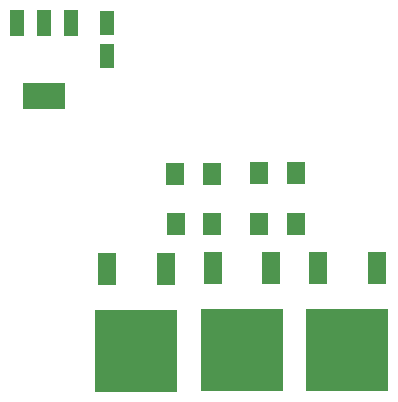
<source format=gtp>
G04 MADE WITH FRITZING*
G04 WWW.FRITZING.ORG*
G04 DOUBLE SIDED*
G04 HOLES PLATED*
G04 CONTOUR ON CENTER OF CONTOUR VECTOR*
%ASAXBY*%
%FSLAX23Y23*%
%MOIN*%
%OFA0B0*%
%SFA1.0B1.0*%
%ADD10R,0.062992X0.074803*%
%ADD11R,0.047244X0.078740*%
%ADD12R,0.048000X0.088000*%
%ADD13R,0.141732X0.086614*%
%ADD14R,0.275591X0.275591*%
%ADD15R,0.059055X0.106299*%
%ADD16R,0.001000X0.001000*%
%LNPASTEMASK1*%
G90*
G70*
G54D10*
X994Y831D03*
X872Y831D03*
X994Y664D03*
X872Y664D03*
X716Y662D03*
X594Y662D03*
X593Y830D03*
X715Y830D03*
G54D11*
X364Y1222D03*
X364Y1333D03*
G54D12*
X246Y1334D03*
X155Y1334D03*
X64Y1334D03*
G54D13*
X155Y1090D03*
G54D14*
X463Y239D03*
G54D15*
X365Y513D03*
X562Y513D03*
G54D14*
X815Y241D03*
G54D15*
X717Y515D03*
X913Y515D03*
G54D14*
X1165Y242D03*
G54D15*
X1067Y516D03*
X1264Y516D03*
G54D16*
D02*
G04 End of PasteMask1*
M02*
</source>
